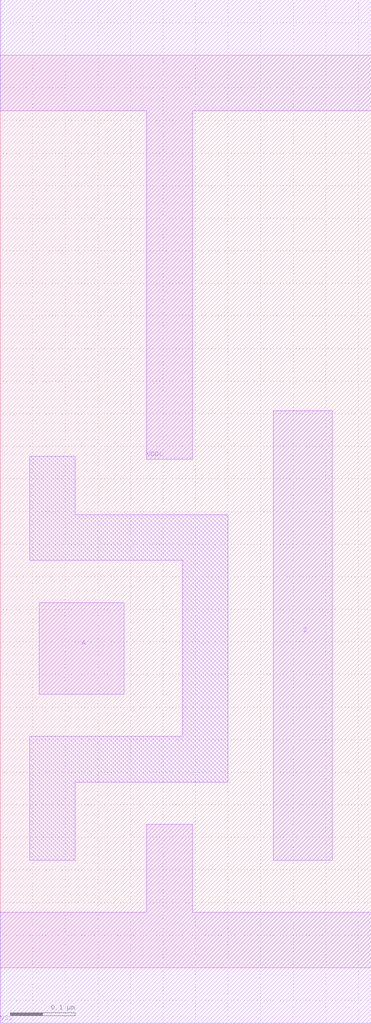
<source format=lef>
# 
# ******************************************************************************
# *                                                                            *
# *                   Copyright (C) 2004-2011, Nangate Inc.                    *
# *                           All rights reserved.                             *
# *                                                                            *
# * Nangate and the Nangate logo are trademarks of Nangate Inc.                *
# *                                                                            *
# * All trademarks, logos, software marks, and trade names (collectively the   *
# * "Marks") in this program are proprietary to Nangate or other respective    *
# * owners that have granted Nangate the right and license to use such Marks.  *
# * You are not permitted to use the Marks without the prior written consent   *
# * of Nangate or such third party that may own the Marks.                     *
# *                                                                            *
# * This file has been provided pursuant to a License Agreement containing     *
# * restrictions on its use. This file contains valuable trade secrets and     *
# * proprietary information of Nangate Inc., and is protected by U.S. and      *
# * international laws and/or treaties.                                        *
# *                                                                            *
# * The copyright notice(s) in this file does not indicate actual or intended  *
# * publication of this file.                                                  *
# *                                                                            *
# *     NGLibraryCreator, v2010.08-HR32-SP3-2010-08-05 - build 1009061800      *
# *                                                                            *
# ******************************************************************************
# 
# 
# Running on server08.nangate.com for user Giancarlo Franciscatto (gfr).
# Local time is now Thu, 6 Jan 2011, 18:10:28.
# Main process id is 3320.

VERSION 5.6 ;
BUSBITCHARS "[]" ;
DIVIDERCHAR "/" ;

MACRO LS_HL_X1
  CLASS core ;
  FOREIGN LS_HL_X1 0.0 0.0 ;
  ORIGIN 0 0 ;
  SYMMETRY X Y ;
  SITE NCSU_FreePDK_45nm ;
  SIZE 0.57 BY 1.4 ;
  PIN A
    DIRECTION INPUT ;
    ANTENNAPARTIALMETALAREA 0.0182 LAYER metal1 ;
    ANTENNAPARTIALMETALSIDEAREA 0.0702 LAYER metal1 ;
    ANTENNAGATEAREA 0.018 ;
    PORT
      LAYER metal1 ;
        POLYGON 0.06 0.42 0.19 0.42 0.19 0.56 0.06 0.56  ;
    END
  END A
  PIN Z
    DIRECTION OUTPUT ;
    ANTENNAPARTIALMETALAREA 0.0621 LAYER metal1 ;
    ANTENNAPARTIALMETALSIDEAREA 0.2028 LAYER metal1 ;
    ANTENNADIFFAREA 0.0378 ;
    PORT
      LAYER metal1 ;
        POLYGON 0.42 0.165 0.51 0.165 0.51 0.855 0.42 0.855  ;
    END
  END Z
  PIN VDDL
    DIRECTION INOUT ;
    USE power ;
    SHAPE ABUTMENT ;
    PORT
      LAYER metal1 ;
        POLYGON 0 1.315 0.225 1.315 0.225 0.78 0.295 0.78 0.295 1.315 0.35 1.315 0.57 1.315 0.57 1.485 0.35 1.485 0 1.485  ;
    END
  END VDDL
  PIN VSS
    DIRECTION INOUT ;
    USE ground ;
    SHAPE ABUTMENT ;
    PORT
      LAYER metal1 ;
        POLYGON 0 -0.085 0.57 -0.085 0.57 0.085 0.295 0.085 0.295 0.22 0.225 0.22 0.225 0.085 0 0.085  ;
    END
  END VSS
  OBS
      LAYER metal1 ;
        POLYGON 0.045 0.625 0.28 0.625 0.28 0.355 0.045 0.355 0.045 0.165 0.115 0.165 0.115 0.285 0.35 0.285 0.35 0.695 0.115 0.695 0.115 0.785 0.045 0.785  ;
  END
END LS_HL_X1

END LIBRARY
#
# End of file
#

</source>
